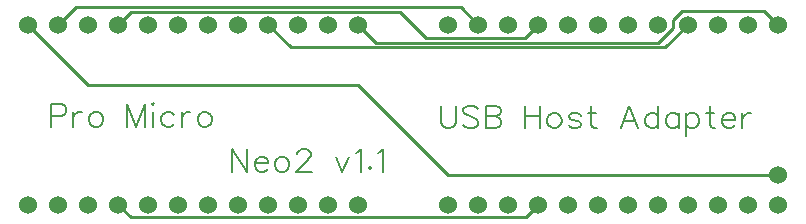
<source format=gtl>
G04 Layer: TopLayer*
G04 EasyEDA v6.4.25, 2021-12-20T20:28:38+01:00*
G04 9adf3931234744f2be4d511116bedf97,b4a5f7d9b4444f23be71920c898e1340,10*
G04 Gerber Generator version 0.2*
G04 Scale: 100 percent, Rotated: No, Reflected: No *
G04 Dimensions in inches *
G04 leading zeros omitted , absolute positions ,3 integer and 6 decimal *
%FSLAX36Y36*%
%MOIN*%

%ADD10C,0.0100*%
%ADD11C,0.0080*%
%ADD12C,0.0600*%

%LPD*%
D11*
X275000Y3435700D02*
G01*
X275000Y3359400D01*
X275000Y3435700D02*
G01*
X307699Y3435700D01*
X318600Y3432100D01*
X322300Y3428499D01*
X325900Y3421199D01*
X325900Y3410300D01*
X322300Y3403000D01*
X318600Y3399400D01*
X307699Y3395700D01*
X275000Y3395700D01*
X349899Y3410300D02*
G01*
X349899Y3359400D01*
X349899Y3388499D02*
G01*
X353499Y3399400D01*
X360799Y3406599D01*
X368099Y3410300D01*
X379000Y3410300D01*
X421199Y3410300D02*
G01*
X413899Y3406599D01*
X406599Y3399400D01*
X403000Y3388499D01*
X403000Y3381199D01*
X406599Y3370300D01*
X413899Y3363000D01*
X421199Y3359400D01*
X432100Y3359400D01*
X439400Y3363000D01*
X446599Y3370300D01*
X450300Y3381199D01*
X450300Y3388499D01*
X446599Y3399400D01*
X439400Y3406599D01*
X432100Y3410300D01*
X421199Y3410300D01*
X530300Y3435700D02*
G01*
X530300Y3359400D01*
X530300Y3435700D02*
G01*
X559400Y3359400D01*
X588499Y3435700D02*
G01*
X559400Y3359400D01*
X588499Y3435700D02*
G01*
X588499Y3359400D01*
X612500Y3435700D02*
G01*
X616100Y3432100D01*
X619699Y3435700D01*
X616100Y3439400D01*
X612500Y3435700D01*
X616100Y3410300D02*
G01*
X616100Y3359400D01*
X687399Y3399400D02*
G01*
X680100Y3406599D01*
X672800Y3410300D01*
X661900Y3410300D01*
X654600Y3406599D01*
X647399Y3399400D01*
X643699Y3388499D01*
X643699Y3381199D01*
X647399Y3370300D01*
X654600Y3363000D01*
X661900Y3359400D01*
X672800Y3359400D01*
X680100Y3363000D01*
X687399Y3370300D01*
X711399Y3410300D02*
G01*
X711399Y3359400D01*
X711399Y3388499D02*
G01*
X715000Y3399400D01*
X722300Y3406599D01*
X729499Y3410300D01*
X740500Y3410300D01*
X782600Y3410300D02*
G01*
X775399Y3406599D01*
X768100Y3399400D01*
X764499Y3388499D01*
X764499Y3381199D01*
X768100Y3370300D01*
X775399Y3363000D01*
X782600Y3359400D01*
X793500Y3359400D01*
X800799Y3363000D01*
X808100Y3370300D01*
X811700Y3381199D01*
X811700Y3388499D01*
X808100Y3399400D01*
X800799Y3406599D01*
X793500Y3410300D01*
X782600Y3410300D01*
X1575000Y3430700D02*
G01*
X1575000Y3376199D01*
X1578599Y3365300D01*
X1585900Y3358000D01*
X1596800Y3354400D01*
X1604099Y3354400D01*
X1615000Y3358000D01*
X1622299Y3365300D01*
X1625900Y3376199D01*
X1625900Y3430700D01*
X1700799Y3419800D02*
G01*
X1693500Y3427100D01*
X1682600Y3430700D01*
X1668100Y3430700D01*
X1657200Y3427100D01*
X1649899Y3419800D01*
X1649899Y3412500D01*
X1653500Y3405300D01*
X1657200Y3401599D01*
X1664499Y3398000D01*
X1686300Y3390700D01*
X1693500Y3387100D01*
X1697200Y3383499D01*
X1700799Y3376199D01*
X1700799Y3365300D01*
X1693500Y3358000D01*
X1682600Y3354400D01*
X1668100Y3354400D01*
X1657200Y3358000D01*
X1649899Y3365300D01*
X1724799Y3430700D02*
G01*
X1724799Y3354400D01*
X1724799Y3430700D02*
G01*
X1757500Y3430700D01*
X1768500Y3427100D01*
X1772100Y3423499D01*
X1775699Y3416199D01*
X1775699Y3408899D01*
X1772100Y3401599D01*
X1768500Y3398000D01*
X1757500Y3394400D01*
X1724799Y3394400D02*
G01*
X1757500Y3394400D01*
X1768500Y3390700D01*
X1772100Y3387100D01*
X1775699Y3379800D01*
X1775699Y3368899D01*
X1772100Y3361599D01*
X1768500Y3358000D01*
X1757500Y3354400D01*
X1724799Y3354400D01*
X1855699Y3430700D02*
G01*
X1855699Y3354400D01*
X1906599Y3430700D02*
G01*
X1906599Y3354400D01*
X1855699Y3394400D02*
G01*
X1906599Y3394400D01*
X1948800Y3405300D02*
G01*
X1941499Y3401599D01*
X1934300Y3394400D01*
X1930600Y3383499D01*
X1930600Y3376199D01*
X1934300Y3365300D01*
X1941499Y3358000D01*
X1948800Y3354400D01*
X1959700Y3354400D01*
X1966999Y3358000D01*
X1974300Y3365300D01*
X1977899Y3376199D01*
X1977899Y3383499D01*
X1974300Y3394400D01*
X1966999Y3401599D01*
X1959700Y3405300D01*
X1948800Y3405300D01*
X2041899Y3394400D02*
G01*
X2038299Y3401599D01*
X2027399Y3405300D01*
X2016499Y3405300D01*
X2005500Y3401599D01*
X2001899Y3394400D01*
X2005500Y3387100D01*
X2012799Y3383499D01*
X2031000Y3379800D01*
X2038299Y3376199D01*
X2041899Y3368899D01*
X2041899Y3365300D01*
X2038299Y3358000D01*
X2027399Y3354400D01*
X2016499Y3354400D01*
X2005500Y3358000D01*
X2001899Y3365300D01*
X2076800Y3430700D02*
G01*
X2076800Y3368899D01*
X2080500Y3358000D01*
X2087700Y3354400D01*
X2095000Y3354400D01*
X2065900Y3405300D02*
G01*
X2091400Y3405300D01*
X2204099Y3430700D02*
G01*
X2175000Y3354400D01*
X2204099Y3430700D02*
G01*
X2233199Y3354400D01*
X2185900Y3379800D02*
G01*
X2222299Y3379800D01*
X2300799Y3430700D02*
G01*
X2300799Y3354400D01*
X2300799Y3394400D02*
G01*
X2293500Y3401599D01*
X2286300Y3405300D01*
X2275399Y3405300D01*
X2268100Y3401599D01*
X2260799Y3394400D01*
X2257200Y3383499D01*
X2257200Y3376199D01*
X2260799Y3365300D01*
X2268100Y3358000D01*
X2275399Y3354400D01*
X2286300Y3354400D01*
X2293500Y3358000D01*
X2300799Y3365300D01*
X2368500Y3405300D02*
G01*
X2368500Y3354400D01*
X2368500Y3394400D02*
G01*
X2361199Y3401599D01*
X2353900Y3405300D01*
X2343000Y3405300D01*
X2335699Y3401599D01*
X2328500Y3394400D01*
X2324799Y3383499D01*
X2324799Y3376199D01*
X2328500Y3365300D01*
X2335699Y3358000D01*
X2343000Y3354400D01*
X2353900Y3354400D01*
X2361199Y3358000D01*
X2368500Y3365300D01*
X2392500Y3405300D02*
G01*
X2392500Y3328899D01*
X2392500Y3394400D02*
G01*
X2399700Y3401599D01*
X2406999Y3405300D01*
X2417899Y3405300D01*
X2425200Y3401599D01*
X2432500Y3394400D01*
X2436099Y3383499D01*
X2436099Y3376199D01*
X2432500Y3365300D01*
X2425200Y3358000D01*
X2417899Y3354400D01*
X2406999Y3354400D01*
X2399700Y3358000D01*
X2392500Y3365300D01*
X2471000Y3430700D02*
G01*
X2471000Y3368899D01*
X2474600Y3358000D01*
X2481899Y3354400D01*
X2489200Y3354400D01*
X2460100Y3405300D02*
G01*
X2485500Y3405300D01*
X2513199Y3383499D02*
G01*
X2556800Y3383499D01*
X2556800Y3390700D01*
X2553199Y3398000D01*
X2549499Y3401599D01*
X2542299Y3405300D01*
X2531400Y3405300D01*
X2524099Y3401599D01*
X2516800Y3394400D01*
X2513199Y3383499D01*
X2513199Y3376199D01*
X2516800Y3365300D01*
X2524099Y3358000D01*
X2531400Y3354400D01*
X2542299Y3354400D01*
X2549499Y3358000D01*
X2556800Y3365300D01*
X2580799Y3405300D02*
G01*
X2580799Y3354400D01*
X2580799Y3383499D02*
G01*
X2584499Y3394400D01*
X2591700Y3401599D01*
X2598999Y3405300D01*
X2609899Y3405300D01*
X880000Y3285700D02*
G01*
X880000Y3209400D01*
X880000Y3285700D02*
G01*
X930900Y3209400D01*
X930900Y3285700D02*
G01*
X930900Y3209400D01*
X954899Y3238499D02*
G01*
X998500Y3238499D01*
X998500Y3245700D01*
X994899Y3253000D01*
X991300Y3256599D01*
X983999Y3260300D01*
X973100Y3260300D01*
X965799Y3256599D01*
X958500Y3249400D01*
X954899Y3238499D01*
X954899Y3231199D01*
X958500Y3220300D01*
X965799Y3213000D01*
X973100Y3209400D01*
X983999Y3209400D01*
X991300Y3213000D01*
X998500Y3220300D01*
X1040699Y3260300D02*
G01*
X1033500Y3256599D01*
X1026199Y3249400D01*
X1022500Y3238499D01*
X1022500Y3231199D01*
X1026199Y3220300D01*
X1033500Y3213000D01*
X1040699Y3209400D01*
X1051599Y3209400D01*
X1058900Y3213000D01*
X1066199Y3220300D01*
X1069799Y3231199D01*
X1069799Y3238499D01*
X1066199Y3249400D01*
X1058900Y3256599D01*
X1051599Y3260300D01*
X1040699Y3260300D01*
X1097500Y3267500D02*
G01*
X1097500Y3271199D01*
X1101099Y3278499D01*
X1104700Y3282100D01*
X1111999Y3285700D01*
X1126499Y3285700D01*
X1133800Y3282100D01*
X1137500Y3278499D01*
X1141099Y3271199D01*
X1141099Y3263899D01*
X1137500Y3256599D01*
X1130200Y3245700D01*
X1093800Y3209400D01*
X1144700Y3209400D01*
X1224700Y3260300D02*
G01*
X1246499Y3209400D01*
X1268400Y3260300D02*
G01*
X1246499Y3209400D01*
X1292399Y3271199D02*
G01*
X1299600Y3274800D01*
X1310500Y3285700D01*
X1310500Y3209400D01*
X1338199Y3227500D02*
G01*
X1334499Y3223899D01*
X1338199Y3220300D01*
X1341800Y3223899D01*
X1338199Y3227500D01*
X1365799Y3271199D02*
G01*
X1373100Y3274800D01*
X1383999Y3285700D01*
X1383999Y3209400D01*
D10*
X200000Y3700000D02*
G01*
X400700Y3499299D01*
X1298729Y3499299D01*
X1598029Y3200000D01*
X2700000Y3200000D01*
X1700000Y3700000D02*
G01*
X1641149Y3758850D01*
X358850Y3758850D01*
X300000Y3700000D01*
X1900000Y3700000D02*
G01*
X1856520Y3656520D01*
X1525910Y3656520D01*
X1439690Y3742739D01*
X542739Y3742739D01*
X500000Y3700000D01*
X1000000Y3700000D02*
G01*
X1075699Y3624299D01*
X2324300Y3624299D01*
X2400000Y3700000D01*
X1300000Y3700000D02*
G01*
X1359589Y3640410D01*
X2299849Y3640410D01*
X2350000Y3690560D01*
X2350000Y3715079D01*
X2380640Y3745720D01*
X2654279Y3745720D01*
X2700000Y3700000D01*
X1900000Y3100000D02*
G01*
X1858599Y3058600D01*
X541399Y3058600D01*
X500000Y3100000D01*
D12*
G01*
X200000Y3700000D03*
G01*
X300000Y3700000D03*
G01*
X400000Y3700000D03*
G01*
X500000Y3700000D03*
G01*
X600000Y3700000D03*
G01*
X700000Y3700000D03*
G01*
X800000Y3700000D03*
G01*
X900000Y3700000D03*
G01*
X1000000Y3700000D03*
G01*
X1100000Y3700000D03*
G01*
X1200000Y3700000D03*
G01*
X1300000Y3700000D03*
G01*
X200000Y3100000D03*
G01*
X300000Y3100000D03*
G01*
X400000Y3100000D03*
G01*
X500000Y3100000D03*
G01*
X600000Y3100000D03*
G01*
X700000Y3100000D03*
G01*
X800000Y3100000D03*
G01*
X900000Y3100000D03*
G01*
X1000000Y3100000D03*
G01*
X1100000Y3100000D03*
G01*
X1200000Y3100000D03*
G01*
X1300000Y3100000D03*
G01*
X2700000Y3100000D03*
G01*
X2600000Y3100000D03*
G01*
X2500000Y3100000D03*
G01*
X2400000Y3100000D03*
G01*
X2300000Y3100000D03*
G01*
X2200000Y3100000D03*
G01*
X2100000Y3100000D03*
G01*
X2000000Y3100000D03*
G01*
X1900000Y3100000D03*
G01*
X1800000Y3100000D03*
G01*
X1700000Y3100000D03*
G01*
X1600000Y3100000D03*
G01*
X2700000Y3700000D03*
G01*
X2600000Y3700000D03*
G01*
X2500000Y3700000D03*
G01*
X2400000Y3700000D03*
G01*
X2300000Y3700000D03*
G01*
X2200000Y3700000D03*
G01*
X2100000Y3700000D03*
G01*
X2000000Y3700000D03*
G01*
X1900000Y3700000D03*
G01*
X1800000Y3700000D03*
G01*
X1700000Y3700000D03*
G01*
X1600000Y3700000D03*
G01*
X2700000Y3200000D03*
M02*

</source>
